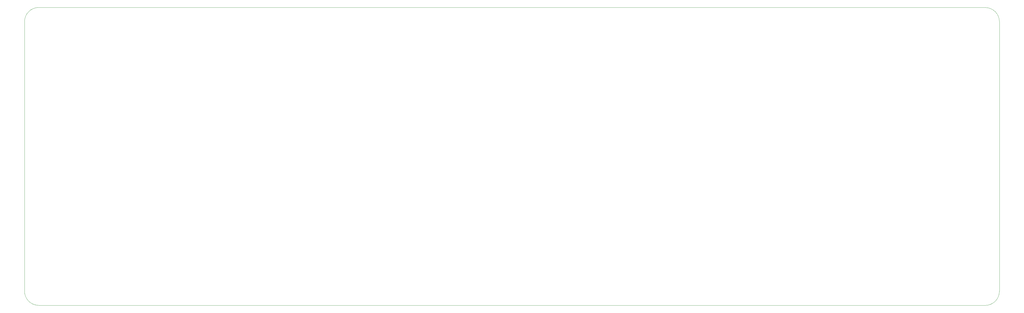
<source format=gbr>
G04 #@! TF.GenerationSoftware,KiCad,Pcbnew,(5.0.2)-1*
G04 #@! TF.CreationDate,2019-03-25T23:00:56+03:00*
G04 #@! TF.ProjectId,Mechanical Keyboard,4d656368-616e-4696-9361-6c204b657962,rev?*
G04 #@! TF.SameCoordinates,Original*
G04 #@! TF.FileFunction,Profile,NP*
%FSLAX46Y46*%
G04 Gerber Fmt 4.6, Leading zero omitted, Abs format (unit mm)*
G04 Created by KiCad (PCBNEW (5.0.2)-1) date 25.03.2019 23:00:56*
%MOMM*%
%LPD*%
G01*
G04 APERTURE LIST*
%ADD10C,0.100000*%
G04 APERTURE END LIST*
D10*
X45590037Y-184141945D02*
G75*
G02X40590001Y-178990001I9963J5011945D01*
G01*
X383969910Y-179130001D02*
G75*
G02X378970000Y-184160000I-4999910J-29999D01*
G01*
X378960001Y-78929752D02*
G75*
G02X383969999Y-83890001I-1J-5010248D01*
G01*
X40589971Y-83950021D02*
G75*
G02X45649999Y-78900001I5040029J10021D01*
G01*
X378970000Y-78920000D02*
X45640000Y-78910000D01*
X40590000Y-83940000D02*
X40590000Y-178980000D01*
X378950000Y-184160000D02*
X45590000Y-184160000D01*
X383960000Y-83900000D02*
X383970000Y-179160000D01*
M02*

</source>
